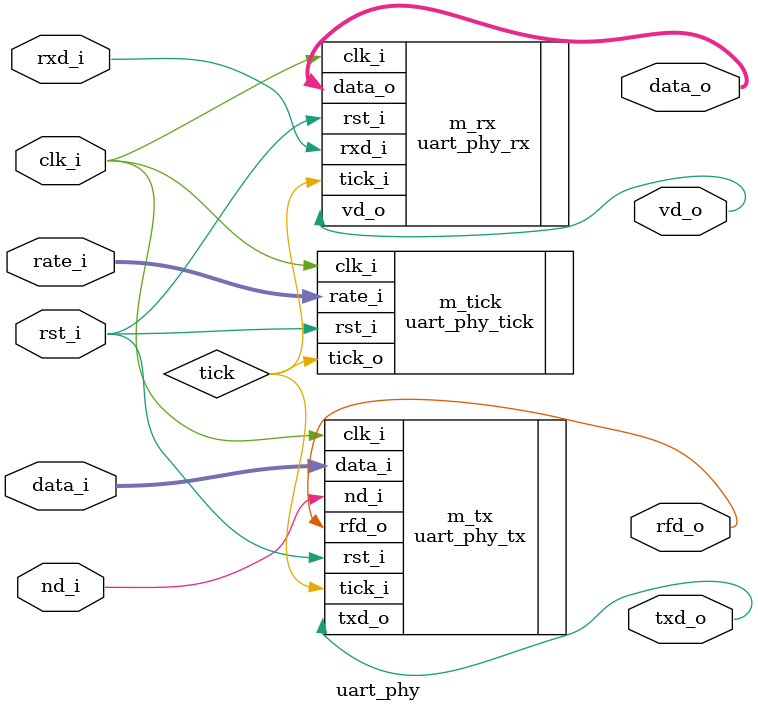
<source format=sv>
module uart_phy 
    #(
        parameter FREQ = 100000000,
        parameter BAUDRATE = 921600
    )
    (
        input clk_i,
        input rst_i,
        input [1:0] rate_i,
        input rxd_i,
        output txd_o,
        input nd_i,
        input [7:0] data_i,
        output rfd_o,
        output vd_o,
        output [7:0] data_o
    );
    
    wire tick;
    
    uart_phy_tick 
    #(
        .FREQ(FREQ),
        .BAUDRATE(BAUDRATE)
    ) 
    m_tick
    (
        .rst_i(rst_i),
        .clk_i(clk_i),
        .rate_i(rate_i),
        .tick_o(tick)
    );
    
    uart_phy_rx m_rx
    (
        .rst_i(rst_i),
        .clk_i(clk_i),
        .tick_i(tick),
        .rxd_i(rxd_i),
        .vd_o(vd_o),
        .data_o(data_o)
    );
    
    uart_phy_tx m_tx
    (
        .rst_i(rst_i),
        .clk_i(clk_i),
        .tick_i(tick),
        .nd_i(nd_i),
        .data_i(data_i),
        .rfd_o(rfd_o),
        .txd_o(txd_o)
    );
       
endmodule /* uart_phy */


</source>
